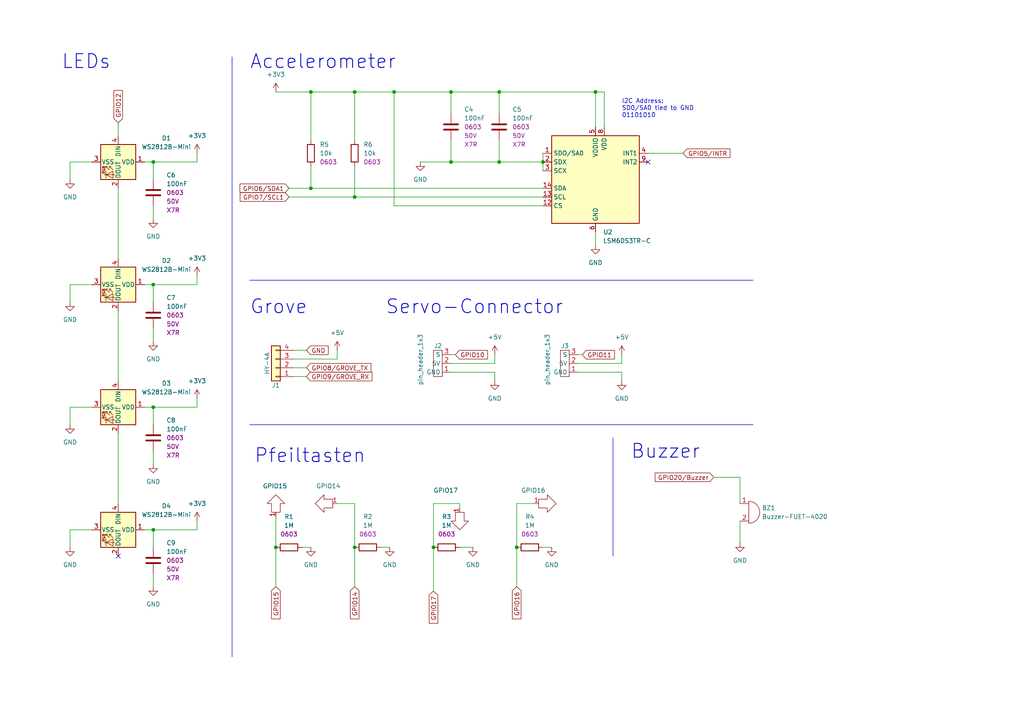
<source format=kicad_sch>
(kicad_sch (version 20230121) (generator eeschema)
  (paper "A4")
  (lib_symbols
    (symbol "arrow_3" (in_bom no)
      (property "Reference" "A" (at -3.81 0 0))
      (symbol "arrow_3_0_1"
        (polyline (pts (xy -2.54 0) (xy 0 -2.54) (xy 0 -1.27) (xy 2.54 -1.27) (xy 2.54 1.27) (xy 0 1.27) (xy 0 2.54) (xy -2.54 0)))
      )
      (symbol "arrow_3_1_1"
        (pin bidirectional line (at 3.81 0 180) (length 1.27) (name "1") (number "1"))
      )
    )
    (symbol "kidslab:Buzzer-Fuet-4020" (pin_names (offset 0.0254) hide)
      (property "Reference" "BZ" (at 3.81 1.27 0))
      (property "Value" "Buzzer-FUET-4020" (at 3.81 -1.27 0))
      (symbol "Buzzer-Fuet-4020_0_1"
        (arc (start 0 -3.175) (mid 3.1612 0) (end 0 3.175))
        (polyline (pts (xy 0 3.175) (xy 0 -3.175)))
      )
      (symbol "Buzzer-Fuet-4020_1_1"
        (pin passive line (at -2.54 2.54 0) (length 2.54) (name "-") (number "1"))
        (pin passive line (at -2.54 -2.54 0) (length 2.54) (name "+") (number "2"))
      )
    )
    (symbol "kidslab:C-100nF-0603-50V" (pin_numbers hide) (pin_names (offset 0.254))
      (property "Reference" "C?" (at 3.175 2.54 0))
      (property "Value" "100nF" (at 3.175 -1.27 0))
      (property "Footprint v" "0603" (at 5.715 -3.175 0))
      (property "Voltage Rating" "50V" (at 5.08 0.635 0))
      (property "Temperature Profile" "X7R" (at 9.525 0.635 0))
      (symbol "C-100nF-0603-50V_0_1"
        (polyline (pts (xy -2.032 -0.762) (xy 2.032 -0.762)) (stroke (width 0.508)))
        (polyline (pts (xy -2.032 0.762) (xy 2.032 0.762)) (stroke (width 0.508)))
      )
      (symbol "C-100nF-0603-50V_1_1"
        (pin passive line (at 0 3.81 270) (length 2.794) (name "~") (number "1"))
        (pin passive line (at 0 -3.81 90) (length 2.794) (name "~") (number "2"))
      )
    )
    (symbol "kidslab:HY-4A" (pin_names (offset 1.016) hide)
      (property "Reference" "J" (at 0 5.08 0))
      (property "Value" "HY-4A" (at -5.715 -8.255 0))
      (symbol "HY-4A_1_1"
        (rectangle (start -1.27 -4.953) (end 0 -5.207) (stroke (width 0.1524)))
        (rectangle (start -1.27 -2.413) (end 0 -2.667) (stroke (width 0.1524)))
        (rectangle (start -1.27 0.127) (end 0 -0.127) (stroke (width 0.1524)))
        (rectangle (start -1.27 2.667) (end 0 2.413) (stroke (width 0.1524)))
        (rectangle (start -1.27 3.81) (end 1.27 -6.35) (stroke (width 0.254)) (fill (type background)))
        (pin passive line (at -5.08 2.54 0) (length 3.81) (name "Pin_1") (number "1"))
        (pin passive line (at -5.08 0 0) (length 3.81) (name "Pin_2") (number "2"))
        (pin passive line (at -5.08 -2.54 0) (length 3.81) (name "Pin_3") (number "3"))
        (pin passive line (at -5.08 -5.08 0) (length 3.81) (name "Pin_4") (number "4"))
      )
    )
    (symbol "kidslab:LSM6DS3"
      (property "Reference" "U" (at -11.43 15.24 0))
      (property "Value" "LSM6DS3TR-C" (at -11.43 12.7 0))
      (symbol "LSM6DS3_0_1"
        (rectangle (start -12.7 12.7) (end 12.7 -12.7) (stroke (width 0.254)) (fill (type background)))
      )
      (symbol "LSM6DS3_1_1"
        (pin bidirectional line (at -15.24 7.62 0) (length 2.54) (name "SDO/SA0") (number "1"))
        (pin no_connect line (at 12.7 -5.08 180) (length 3.81) hide (name "NC") (number "10"))
        (pin no_connect line (at 12.7 -2.54 180) (length 3.81) hide (name "NC") (number "11"))
        (pin input line (at -15.24 -7.62 0) (length 2.54) (name "CS") (number "12"))
        (pin input line (at -15.24 -5.08 0) (length 2.54) (name "SCL") (number "13"))
        (pin bidirectional line (at -15.24 -2.54 0) (length 2.54) (name "SDA") (number "14"))
        (pin bidirectional line (at -15.24 5.08 0) (length 2.54) (name "SDX") (number "2"))
        (pin input line (at -15.24 2.54 0) (length 2.54) (name "SCX") (number "3"))
        (pin output line (at 15.24 7.62 180) (length 2.54) (name "INT1") (number "4"))
        (pin power_in line (at 0 15.24 270) (length 2.54) (name "VDDIO") (number "5"))
        (pin power_in line (at 0 -15.24 90) (length 2.54) (name "GND") (number "6"))
        (pin passive line (at 0 -15.24 90) (length 2.54) hide (name "GND") (number "7"))
        (pin power_in line (at 2.54 15.24 270) (length 2.54) (name "VDD") (number "8"))
        (pin output line (at 15.24 5.08 180) (length 2.54) (name "INT2") (number "9"))
      )
    )
    (symbol "kidslab:R-10k-0603" (pin_numbers hide) (pin_names (offset 0))
      (property "Reference" "R?" (at 2.032 0 90))
      (property "Value" "10k" (at 3.81 0 90))
      (property "Footprint dpl" "0603" (at 5.715 0 90))
      (symbol "R-10k-0603_0_1"
        (rectangle (start -1.016 -2.54) (end 1.016 2.54) (stroke (width 0.254)))
      )
      (symbol "R-10k-0603_1_1"
        (pin passive line (at 0 3.81 270) (length 1.27) (name "~") (number "1"))
        (pin passive line (at 0 -3.81 90) (length 1.27) (name "~") (number "2"))
      )
    )
    (symbol "kidslab:R-1M-0603" (pin_numbers hide) (pin_names (offset 0))
      (property "Reference" "R?" (at 2.032 0 90))
      (property "Value" "1M" (at 3.81 0 90))
      (property "Footprint dpl" "0603" (at 5.715 0 90))
      (symbol "R-1M-0603_0_1"
        (rectangle (start -1.016 -2.54) (end 1.016 2.54) (stroke (width 0.254)))
      )
      (symbol "R-1M-0603_1_1"
        (pin passive line (at 0 3.81 270) (length 1.27) (name "~") (number "1"))
        (pin passive line (at 0 -3.81 90) (length 1.27) (name "~") (number "2"))
      )
    )
    (symbol "kidslab:WS2812B-Mini" (pin_names (offset 0.254))
      (property "Reference" "D" (at 5.08 5.715 0))
      (property "Value" "WS2812B-Mini" (at 1.27 -5.715 0))
      (symbol "WS2812B-Mini_0_0"
        (text "RGB" (at 2.286 -4.191 0) (effects (font (size 0.762 0.762))))
      )
      (symbol "WS2812B-Mini_0_1"
        (polyline (pts (xy 1.27 -3.556) (xy 1.778 -3.556)))
        (polyline (pts (xy 1.27 -2.54) (xy 1.778 -2.54)))
        (polyline (pts (xy 4.699 -3.556) (xy 2.667 -3.556)))
        (polyline (pts (xy 2.286 -2.54) (xy 1.27 -3.556) (xy 1.27 -3.048)))
        (polyline (pts (xy 2.286 -1.524) (xy 1.27 -2.54) (xy 1.27 -2.032)))
        (polyline (pts (xy 3.683 -1.016) (xy 3.683 -3.556) (xy 3.683 -4.064)))
        (polyline (pts (xy 4.699 -1.524) (xy 2.667 -1.524) (xy 3.683 -3.556) (xy 4.699 -1.524)))
        (rectangle (start 5.08 5.08) (end -5.08 -5.08) (stroke (width 0.254)) (fill (type background)))
      )
      (symbol "WS2812B-Mini_1_1"
        (pin power_in line (at 0 7.62 270) (length 2.54) (name "VDD") (number "1"))
        (pin output line (at 7.62 0 180) (length 2.54) (name "DOUT") (number "2"))
        (pin power_in line (at 0 -7.62 90) (length 2.54) (name "VSS") (number "3"))
        (pin input line (at -7.62 0 0) (length 2.54) (name "DIN") (number "4"))
      )
    )
    (symbol "kidslab:arrow" (in_bom no)
      (property "Reference" "A" (at -3.81 0 0))
      (symbol "arrow_0_1"
        (polyline (pts (xy -2.54 0) (xy 0 -2.54) (xy 0 -1.27) (xy 2.54 -1.27) (xy 2.54 1.27) (xy 0 1.27) (xy 0 2.54) (xy -2.54 0)))
      )
      (symbol "arrow_1_1"
        (pin bidirectional line (at 3.81 0 180) (length 1.27) (name "1") (number "1"))
      )
    )
    (symbol "kidslab:pin_header_1x3"
      (property "Reference" "J" (at 5.08 0 0))
      (property "Value" "pin_header_1x3" (at 0 -5.08 0))
      (symbol "pin_header_1x3_0_1"
        (rectangle (start -3.81 1.27) (end 3.81 -1.27))
      )
      (symbol "pin_header_1x3_1_1"
        (pin input line (at -2.54 3.81 270) (length 2.54) (name "GND") (number "1"))
        (pin input line (at 0 3.81 270) (length 2.54) (name "5V") (number "2"))
        (pin input line (at 2.54 3.81 270) (length 2.54) (name "S") (number "3"))
      )
    )
    (symbol "pin_header_1x3_1"
      (property "Reference" "J" (at 5.08 0 0))
      (property "Value" "pin_header_1x3" (at 0 -5.08 0))
      (symbol "pin_header_1x3_1_0_1"
        (rectangle (start -3.81 1.27) (end 3.81 -1.27))
      )
      (symbol "pin_header_1x3_1_1_1"
        (pin input line (at -2.54 3.81 270) (length 2.54) (name "GND") (number "1"))
        (pin input line (at 0 3.81 270) (length 2.54) (name "5V") (number "2"))
        (pin input line (at 2.54 3.81 270) (length 2.54) (name "S") (number "3"))
      )
    )
    (symbol "power:+3V3" (power) (pin_names (offset 0))
      (property "Value" "+3V3" (at 0 3.556 0))
      (symbol "+3V3_0_1"
        (polyline (pts (xy -0.762 1.27) (xy 0 2.54)))
        (polyline (pts (xy 0 0) (xy 0 2.54)))
        (polyline (pts (xy 0 2.54) (xy 0.762 1.27)))
      )
      (symbol "+3V3_1_1"
        (pin power_in line (at 0 0 90) (length 0) hide (name "+3V3") (number "1"))
      )
    )
    (symbol "power:+5V" (power) (pin_names (offset 0))
      (property "Value" "+5V" (at 0 3.556 0))
      (symbol "+5V_0_1"
        (polyline (pts (xy -0.762 1.27) (xy 0 2.54)))
        (polyline (pts (xy 0 0) (xy 0 2.54)))
        (polyline (pts (xy 0 2.54) (xy 0.762 1.27)))
      )
      (symbol "+5V_1_1"
        (pin power_in line (at 0 0 90) (length 0) hide (name "+5V") (number "1"))
      )
    )
    (symbol "power:GND" (power) (pin_names (offset 0))
      (property "Value" "GND" (at 0 -3.81 0))
      (symbol "GND_0_1"
        (polyline (pts (xy 0 0) (xy 0 -1.27) (xy 1.27 -1.27) (xy 0 -2.54) (xy -1.27 -1.27) (xy 0 -1.27)))
      )
      (symbol "GND_1_1"
        (pin power_in line (at 0 0 270) (length 0) hide (name "GND") (number "1"))
      )
    )
  )
  (junction (at 144.78 26.67))
  (junction (at 90.17 54.61))
  (junction (at 44.45 153.67))
  (junction (at 125.73 158.75))
  (junction (at 44.45 118.11))
  (junction (at 157.48 46.99))
  (junction (at 102.87 26.67))
  (junction (at 44.45 82.55))
  (junction (at 172.72 26.67))
  (junction (at 130.81 26.67))
  (junction (at 80.01 158.75))
  (junction (at 114.3 26.67))
  (junction (at 102.87 158.75))
  (junction (at 90.17 26.67))
  (junction (at 44.45 46.99))
  (junction (at 130.81 46.99))
  (junction (at 144.78 46.99))
  (junction (at 149.86 158.75))
  (junction (at 102.87 57.15))
  (no_connect (at 187.96 46.99))
  (no_connect (at 34.29 161.29))
  (wire (pts (xy 172.72 26.67) (xy 175.26 26.67)))
  (wire (pts (xy 85.09 101.6) (xy 88.9 101.6)))
  (wire (pts (xy 83.82 57.15) (xy 102.87 57.15)))
  (wire (pts (xy 137.16 158.75) (xy 133.35 158.75)))
  (wire (pts (xy 113.03 158.75) (xy 110.49 158.75)))
  (wire (pts (xy 114.3 26.67) (xy 130.81 26.67)))
  (wire (pts (xy 44.45 118.11) (xy 41.91 118.11)))
  (wire (pts (xy 102.87 146.05) (xy 102.87 158.75)))
  (wire (pts (xy 44.45 95.25) (xy 44.45 99.06)))
  (wire (pts (xy 57.15 151.13) (xy 57.15 153.67)))
  (wire (pts (xy 214.63 146.05) (xy 214.63 138.43)))
  (polyline (pts (xy 72.39 81.28) (xy 218.44 81.28)))
  (wire (pts (xy 44.45 118.11) (xy 44.45 123.19)))
  (wire (pts (xy 214.63 151.13) (xy 214.63 157.48)))
  (wire (pts (xy 102.87 26.67) (xy 102.87 40.64)))
  (polyline (pts (xy 177.8 127) (xy 177.8 161.29)))
  (wire (pts (xy 149.86 158.75) (xy 149.86 170.18)))
  (wire (pts (xy 168.91 102.87) (xy 167.64 102.87)))
  (wire (pts (xy 130.81 105.41) (xy 143.51 105.41)))
  (wire (pts (xy 157.48 59.69) (xy 114.3 59.69)))
  (wire (pts (xy 44.45 153.67) (xy 41.91 153.67)))
  (wire (pts (xy 44.45 82.55) (xy 44.45 87.63)))
  (wire (pts (xy 175.26 26.67) (xy 175.26 36.83)))
  (wire (pts (xy 44.45 82.55) (xy 57.15 82.55)))
  (wire (pts (xy 102.87 158.75) (xy 102.87 170.18)))
  (wire (pts (xy 57.15 44.45) (xy 57.15 46.99)))
  (wire (pts (xy 44.45 153.67) (xy 57.15 153.67)))
  (wire (pts (xy 57.15 115.57) (xy 57.15 118.11)))
  (wire (pts (xy 125.73 146.05) (xy 125.73 158.75)))
  (wire (pts (xy 114.3 26.67) (xy 102.87 26.67)))
  (wire (pts (xy 121.92 46.99) (xy 130.81 46.99)))
  (wire (pts (xy 80.01 149.86) (xy 80.01 158.75)))
  (wire (pts (xy 85.09 106.68) (xy 88.9 106.68)))
  (wire (pts (xy 143.51 105.41) (xy 143.51 102.87)))
  (wire (pts (xy 20.32 158.75) (xy 20.32 153.67)))
  (wire (pts (xy 80.01 158.75) (xy 80.01 170.18)))
  (wire (pts (xy 90.17 26.67) (xy 90.17 40.64)))
  (wire (pts (xy 143.51 107.95) (xy 130.81 107.95)))
  (wire (pts (xy 20.32 118.11) (xy 26.67 118.11)))
  (wire (pts (xy 44.45 118.11) (xy 57.15 118.11)))
  (wire (pts (xy 172.72 26.67) (xy 172.72 36.83)))
  (wire (pts (xy 44.45 59.69) (xy 44.45 63.5)))
  (wire (pts (xy 180.34 107.95) (xy 167.64 107.95)))
  (wire (pts (xy 85.09 104.14) (xy 97.79 104.14)))
  (wire (pts (xy 20.32 87.63) (xy 20.32 82.55)))
  (wire (pts (xy 154.94 146.05) (xy 149.86 146.05)))
  (wire (pts (xy 44.45 46.99) (xy 57.15 46.99)))
  (wire (pts (xy 83.82 54.61) (xy 90.17 54.61)))
  (wire (pts (xy 144.78 46.99) (xy 157.48 46.99)))
  (wire (pts (xy 144.78 26.67) (xy 144.78 33.02)))
  (wire (pts (xy 157.48 44.45) (xy 157.48 46.99)))
  (wire (pts (xy 34.29 90.17) (xy 34.29 110.49)))
  (wire (pts (xy 85.09 109.22) (xy 88.9 109.22)))
  (wire (pts (xy 143.51 110.49) (xy 143.51 107.95)))
  (wire (pts (xy 20.32 46.99) (xy 26.67 46.99)))
  (wire (pts (xy 125.73 158.75) (xy 125.73 171.45)))
  (wire (pts (xy 44.45 46.99) (xy 41.91 46.99)))
  (wire (pts (xy 144.78 40.64) (xy 144.78 46.99)))
  (polyline (pts (xy 67.31 16.51) (xy 67.31 190.5)))
  (wire (pts (xy 90.17 48.26) (xy 90.17 54.61)))
  (wire (pts (xy 157.48 46.99) (xy 157.48 49.53)))
  (wire (pts (xy 160.02 158.75) (xy 157.48 158.75)))
  (wire (pts (xy 133.35 146.05) (xy 133.35 147.32)))
  (wire (pts (xy 20.32 153.67) (xy 26.67 153.67)))
  (wire (pts (xy 133.35 146.05) (xy 125.73 146.05)))
  (wire (pts (xy 80.01 26.67) (xy 90.17 26.67)))
  (wire (pts (xy 130.81 40.64) (xy 130.81 46.99)))
  (wire (pts (xy 149.86 146.05) (xy 149.86 158.75)))
  (wire (pts (xy 130.81 46.99) (xy 144.78 46.99)))
  (wire (pts (xy 130.81 26.67) (xy 144.78 26.67)))
  (wire (pts (xy 132.08 102.87) (xy 130.81 102.87)))
  (wire (pts (xy 167.64 105.41) (xy 180.34 105.41)))
  (wire (pts (xy 180.34 110.49) (xy 180.34 107.95)))
  (wire (pts (xy 198.12 44.45) (xy 187.96 44.45)))
  (wire (pts (xy 130.81 26.67) (xy 130.81 33.02)))
  (wire (pts (xy 44.45 153.67) (xy 44.45 158.75)))
  (wire (pts (xy 20.32 52.07) (xy 20.32 46.99)))
  (wire (pts (xy 20.32 123.19) (xy 20.32 118.11)))
  (wire (pts (xy 90.17 158.75) (xy 87.63 158.75)))
  (wire (pts (xy 90.17 54.61) (xy 157.48 54.61)))
  (polyline (pts (xy 72.39 123.19) (xy 218.44 123.19)))
  (wire (pts (xy 57.15 80.01) (xy 57.15 82.55)))
  (wire (pts (xy 44.45 82.55) (xy 41.91 82.55)))
  (wire (pts (xy 34.29 35.56) (xy 34.29 39.37)))
  (wire (pts (xy 44.45 166.37) (xy 44.45 170.18)))
  (wire (pts (xy 114.3 26.67) (xy 114.3 59.69)))
  (wire (pts (xy 214.63 138.43) (xy 207.01 138.43)))
  (wire (pts (xy 172.72 71.12) (xy 172.72 67.31)))
  (wire (pts (xy 44.45 46.99) (xy 44.45 52.07)))
  (wire (pts (xy 102.87 26.67) (xy 90.17 26.67)))
  (wire (pts (xy 34.29 54.61) (xy 34.29 74.93)))
  (wire (pts (xy 102.87 57.15) (xy 157.48 57.15)))
  (wire (pts (xy 144.78 26.67) (xy 172.72 26.67)))
  (wire (pts (xy 97.79 146.05) (xy 102.87 146.05)))
  (wire (pts (xy 97.79 104.14) (xy 97.79 101.6)))
  (wire (pts (xy 44.45 130.81) (xy 44.45 134.62)))
  (wire (pts (xy 102.87 48.26) (xy 102.87 57.15)))
  (wire (pts (xy 180.34 105.41) (xy 180.34 102.87)))
  (wire (pts (xy 20.32 82.55) (xy 26.67 82.55)))
  (wire (pts (xy 34.29 125.73) (xy 34.29 146.05)))
  (text "Pfeiltasten" (at 73.66 134.62 0) (effects (font (size 4 4) (thickness 0.254) bold) (justify left bottom)))
  (text "Buzzer" (at 182.88 133.35 0) (effects (font (size 4 4) (thickness 0.254) bold) (justify left bottom)))
  (text "I2C Address:\nSD0/SA0 tied to GND\n01101010" (at 180.34 34.29 0) (effects (font (size 1.27 1.27)) (justify left bottom)))
  (text "Accelerometer" (at 72.39 20.32 0) (effects (font (size 4 4) (thickness 0.254) bold) (justify left bottom)))
  (text "Grove" (at 72.39 91.44 0) (effects (font (size 4 4) (thickness 0.254) bold) (justify left bottom)))
  (text "Servo-Connector" (at 111.76 91.44 0) (effects (font (size 4 4) (thickness 0.254) bold) (justify left bottom)))
  (text "LEDs" (at 17.78 20.32 0) (effects (font (size 4 4) (thickness 0.254) bold) (justify left bottom)))
  (global_label "GPIO8{slash}GROVE_TX" (shape input) (at 88.9 106.68 0) (property "Intersheetrefs" "${INTERSHEET_REFS}" (effects hide)))
  (global_label "GPIO12" (shape input) (at 34.29 35.56 90) (property "Intersheetrefs" "${INTERSHEET_REFS}" (effects hide)))
  (global_label "GPIO10" (shape input) (at 132.08 102.87 0) (property "Intersheetrefs" "${INTERSHEET_REFS}" (effects hide)))
  (global_label "GPIO16" (shape input) (at 149.86 170.18 270) (property "Intersheetrefs" "${INTERSHEET_REFS}" (effects hide)))
  (global_label "GPIO6{slash}SDA1" (shape input) (at 83.82 54.61 180) (property "Intersheetrefs" "${INTERSHEET_REFS}" (effects hide)))
  (global_label "GPIO14" (shape input) (at 102.87 170.18 270) (property "Intersheetrefs" "${INTERSHEET_REFS}" (effects hide)))
  (global_label "GPIO7{slash}SCL1" (shape input) (at 83.82 57.15 180) (property "Intersheetrefs" "${INTERSHEET_REFS}" (effects hide)))
  (global_label "GPIO15" (shape input) (at 80.01 170.18 270) (property "Intersheetrefs" "${INTERSHEET_REFS}" (effects hide)))
  (global_label "GPIO20{slash}Buzzer" (shape input) (at 207.01 138.43 180) (property "Intersheetrefs" "${INTERSHEET_REFS}" (effects hide)))
  (global_label "GPIO11" (shape input) (at 168.91 102.87 0) (property "Intersheetrefs" "${INTERSHEET_REFS}" (effects hide)))
  (global_label "GPIO5{slash}INTR" (shape input) (at 198.12 44.45 0) (property "Intersheetrefs" "${INTERSHEET_REFS}" (effects hide)))
  (global_label "GPIO9{slash}GROVE_RX" (shape input) (at 88.9 109.22 0) (property "Intersheetrefs" "${INTERSHEET_REFS}" (effects hide)))
  (global_label "GPIO17" (shape input) (at 125.73 171.45 270) (property "Intersheetrefs" "${INTERSHEET_REFS}" (effects hide)))
  (global_label "GND" (shape input) (at 88.9 101.6 0) (property "Intersheetrefs" "${INTERSHEET_REFS}" (effects hide)))
  (symbol (lib_id "power:+3V3") (at 57.15 80.01 0) (unit 1)
    (property "Reference" "#PWR013" (effects hide))
    (property "Value" "+3V3" (at 57.15 74.93 0))
  )
  (symbol (lib_id "kidslab:R-10k-0603") (at 90.17 44.45 0) (unit 1)
    (property "Reference" "R5" (at 92.71 41.91 0) (effects (justify left)))
    (property "Value" "10k" (at 92.71 44.45 0) (effects (justify left)))
    (property "Footprint" "Resistor_SMD:R_0603_1608Metric" (effects hide))
    (property "LCSC Part #" "C25804" (effects hide))
    (property "Footprint dpl" "0603" (at 92.71 46.99 0) (effects (justify left)))
  )
  (symbol (lib_id "power:GND") (at 44.45 99.06 0) (unit 1)
    (property "Reference" "#PWR05" (effects hide))
    (property "Value" "GND" (at 44.45 104.14 0))
  )
  (symbol (lib_id "power:GND") (at 160.02 158.75 0) (unit 1)
    (property "Reference" "#PWR029" (effects hide))
    (property "Value" "GND" (at 160.02 163.83 0))
  )
  (symbol (lib_id "kidslab:arrow") (at 80.01 146.05 270) (unit 1) (in_bom no)
    (property "Reference" "GPIO15" (at 76.2 140.97 90) (effects (justify left)))
    (property "Value" "arrow" (effects hide))
    (property "Footprint" "kidslab:Kroko_Arrow" (effects hide))
  )
  (symbol (lib_name "pin_header_1x3_1") (lib_id "kidslab:pin_header_1x3") (at 127 105.41 270) (mirror x) (unit 1) (in_bom no)
    (property "Reference" "J2" (at 127 100.33 90))
    (property "Value" "pin_header_1x3" (at 121.92 111.76 0) (effects (justify left)))
    (property "Footprint" "Connector_PinHeader_2.54mm:PinHeader_1x03_P2.54mm_Vertical" (effects hide))
  )
  (symbol (lib_id "kidslab:C-100nF-0603-50V") (at 44.45 127 0) (unit 1)
    (property "Reference" "C8" (at 48.26 121.92 0) (effects (justify left)))
    (property "Value" "100nF" (at 48.26 124.46 0) (effects (justify left)))
    (property "Footprint" "Capacitor_SMD:C_0603_1608Metric" (effects hide))
    (property "Footprint v" "0603" (at 48.26 127 0) (effects (justify left)))
    (property "Voltage Rating" "50V" (at 48.26 129.54 0) (effects (justify left)))
    (property "Temperature Profile" "X7R" (at 48.26 132.08 0) (effects (justify left)))
    (property "LCSC Part #" "C14663" (effects hide))
  )
  (symbol (lib_id "power:+3V3") (at 80.01 26.67 0) (unit 1)
    (property "Reference" "#PWR018" (effects hide))
    (property "Value" "+3V3" (at 80.01 21.59 0))
  )
  (symbol (lib_id "kidslab:R-1M-0603") (at 153.67 158.75 90) (unit 1)
    (property "Reference" "R4" (at 153.67 149.86 90))
    (property "Value" "1M" (at 153.67 152.4 90))
    (property "Footprint" "Resistor_SMD:R_0603_1608Metric" (effects hide))
    (property "LCSC Part #" "C105578" (effects hide))
    (property "Footprint dpl" "0603" (at 153.67 154.94 90))
  )
  (symbol (lib_id "power:GND") (at 20.32 123.19 0) (unit 1)
    (property "Reference" "#PWR06" (effects hide))
    (property "Value" "GND" (at 20.32 128.27 0))
  )
  (symbol (lib_id "kidslab:R-1M-0603") (at 129.54 158.75 90) (unit 1)
    (property "Reference" "R3" (at 129.54 149.86 90))
    (property "Value" "1M" (at 129.54 152.4 90))
    (property "Footprint" "Resistor_SMD:R_0603_1608Metric" (effects hide))
    (property "LCSC Part #" "C105578" (effects hide))
    (property "Footprint dpl" "0603" (at 129.54 154.94 90))
  )
  (symbol (lib_id "power:GND") (at 172.72 71.12 0) (unit 1)
    (property "Reference" "#PWR015" (effects hide))
    (property "Value" "GND" (at 172.72 76.2 0))
  )
  (symbol (lib_id "power:+5V") (at 143.51 102.87 0) (unit 1)
    (property "Reference" "#PWR025" (effects hide))
    (property "Value" "+5V" (at 143.51 97.79 0))
  )
  (symbol (lib_name "arrow_3") (lib_id "kidslab:arrow") (at 133.35 151.13 90) (unit 1) (in_bom no)
    (property "Reference" "GPIO17" (at 125.73 142.24 90) (effects (justify right)))
    (property "Value" "arrow" (effects hide))
    (property "Footprint" "kidslab:Kroko_Arrow" (effects hide))
  )
  (symbol (lib_id "kidslab:Buzzer-Fuet-4020") (at 217.17 148.59 0) (unit 1)
    (property "Reference" "BZ1" (at 220.98 147.32 0) (effects (justify left)))
    (property "Value" "Buzzer-FUET-4020" (at 220.98 149.86 0) (effects (justify left)))
    (property "Footprint" "kidslab:Buzzer-FUET-4020" (effects hide))
    (property "LCSC Part #" "C391027" (effects hide))
  )
  (symbol (lib_id "kidslab:WS2812B-Mini") (at 34.29 153.67 270) (unit 1)
    (property "Reference" "D4" (at 48.26 146.7419 90))
    (property "Value" "WS2812B-Mini" (at 48.26 149.2819 90))
    (property "Footprint" "kidslab:WS2812B-Mini" (effects hide))
    (property "LCSC Part #" "C527089" (effects hide))
  )
  (symbol (lib_id "power:GND") (at 44.45 63.5 0) (unit 1)
    (property "Reference" "#PWR02" (effects hide))
    (property "Value" "GND" (at 44.45 68.58 0))
  )
  (symbol (lib_id "power:GND") (at 121.92 46.99 0) (unit 1)
    (property "Reference" "#PWR016" (effects hide))
    (property "Value" "GND" (at 121.92 52.07 0))
  )
  (symbol (lib_id "power:GND") (at 90.17 158.75 0) (unit 1)
    (property "Reference" "#PWR032" (effects hide))
    (property "Value" "GND" (at 90.17 163.83 0))
  )
  (symbol (lib_id "kidslab:C-100nF-0603-50V") (at 44.45 162.56 0) (unit 1)
    (property "Reference" "C9" (at 48.26 157.48 0) (effects (justify left)))
    (property "Value" "100nF" (at 48.26 160.02 0) (effects (justify left)))
    (property "Footprint" "Capacitor_SMD:C_0603_1608Metric" (effects hide))
    (property "Footprint v" "0603" (at 48.26 162.56 0) (effects (justify left)))
    (property "Voltage Rating" "50V" (at 48.26 165.1 0) (effects (justify left)))
    (property "Temperature Profile" "X7R" (at 48.26 167.64 0) (effects (justify left)))
    (property "LCSC Part #" "C14663" (effects hide))
  )
  (symbol (lib_id "kidslab:WS2812B-Mini") (at 34.29 82.55 270) (unit 1)
    (property "Reference" "D2" (at 48.26 75.6219 90))
    (property "Value" "WS2812B-Mini" (at 48.26 78.1619 90))
    (property "Footprint" "kidslab:WS2812B-Mini" (effects hide))
    (property "LCSC Part #" "C527089" (effects hide))
  )
  (symbol (lib_id "power:GND") (at 20.32 87.63 0) (unit 1)
    (property "Reference" "#PWR04" (effects hide))
    (property "Value" "GND" (at 20.32 92.71 0))
  )
  (symbol (lib_id "kidslab:LSM6DS3") (at 172.72 52.07 0) (unit 1)
    (property "Reference" "U2" (at 174.9141 67.31 0) (effects (justify left)))
    (property "Value" "LSM6DS3TR-C" (at 174.9141 69.85 0) (effects (justify left)))
    (property "Footprint" "Package_LGA:LGA-14_3x2.5mm_P0.5mm_LayoutBorder3x4y" (effects hide))
    (property "Datasheet" "https://www.st.com/resource/en/datasheet/lsm6ds3tr-c.pdf" (effects hide))
    (property "LCSC Part #" "C967633" (effects hide))
  )
  (symbol (lib_id "kidslab:C-100nF-0603-50V") (at 44.45 91.44 0) (unit 1)
    (property "Reference" "C7" (at 48.26 86.36 0) (effects (justify left)))
    (property "Value" "100nF" (at 48.26 88.9 0) (effects (justify left)))
    (property "Footprint" "Capacitor_SMD:C_0603_1608Metric" (effects hide))
    (property "Footprint v" "0603" (at 48.26 91.44 0) (effects (justify left)))
    (property "Voltage Rating" "50V" (at 48.26 93.98 0) (effects (justify left)))
    (property "Temperature Profile" "X7R" (at 48.26 96.52 0) (effects (justify left)))
    (property "LCSC Part #" "C14663" (effects hide))
  )
  (symbol (lib_id "kidslab:pin_header_1x3") (at 163.83 105.41 270) (mirror x) (unit 1) (in_bom no)
    (property "Reference" "J3" (at 163.83 100.33 90))
    (property "Value" "pin_header_1x3" (at 158.75 111.76 0) (effects (justify left)))
    (property "Footprint" "Connector_PinHeader_2.54mm:PinHeader_1x03_P2.54mm_Vertical" (effects hide))
  )
  (symbol (lib_id "kidslab:C-100nF-0603-50V") (at 44.45 55.88 0) (unit 1)
    (property "Reference" "C6" (at 48.26 50.8 0) (effects (justify left)))
    (property "Value" "100nF" (at 48.26 53.34 0) (effects (justify left)))
    (property "Footprint" "Capacitor_SMD:C_0603_1608Metric" (effects hide))
    (property "Footprint v" "0603" (at 48.26 55.88 0) (effects (justify left)))
    (property "Voltage Rating" "50V" (at 48.26 58.42 0) (effects (justify left)))
    (property "Temperature Profile" "X7R" (at 48.26 60.96 0) (effects (justify left)))
    (property "LCSC Part #" "C14663" (effects hide))
  )
  (symbol (lib_id "power:+3V3") (at 57.15 151.13 0) (unit 1)
    (property "Reference" "#PWR011" (effects hide))
    (property "Value" "+3V3" (at 57.15 146.05 0))
  )
  (symbol (lib_id "power:GND") (at 113.03 158.75 0) (unit 1)
    (property "Reference" "#PWR031" (effects hide))
    (property "Value" "GND" (at 113.03 163.83 0))
  )
  (symbol (lib_id "power:GND") (at 137.16 158.75 0) (unit 1)
    (property "Reference" "#PWR030" (effects hide))
    (property "Value" "GND" (at 137.16 163.83 0))
  )
  (symbol (lib_id "kidslab:C-100nF-0603-50V") (at 144.78 36.83 0) (unit 1)
    (property "Reference" "C5" (at 148.59 31.75 0) (effects (justify left)))
    (property "Value" "100nF" (at 148.59 34.29 0) (effects (justify left)))
    (property "Footprint" "Capacitor_SMD:C_0603_1608Metric" (effects hide))
    (property "Footprint v" "0603" (at 148.59 36.83 0) (effects (justify left)))
    (property "Voltage Rating" "50V" (at 148.59 39.37 0) (effects (justify left)))
    (property "Temperature Profile" "X7R" (at 148.59 41.91 0) (effects (justify left)))
    (property "LCSC Part #" "C14663" (effects hide))
  )
  (symbol (lib_id "power:GND") (at 44.45 170.18 0) (unit 1)
    (property "Reference" "#PWR09" (effects hide))
    (property "Value" "GND" (at 44.45 175.26 0))
  )
  (symbol (lib_id "kidslab:R-10k-0603") (at 102.87 44.45 0) (unit 1)
    (property "Reference" "R6" (at 105.41 41.91 0) (effects (justify left)))
    (property "Value" "10k" (at 105.41 44.45 0) (effects (justify left)))
    (property "Footprint" "Resistor_SMD:R_0603_1608Metric" (effects hide))
    (property "LCSC Part #" "C25804" (effects hide))
    (property "Footprint dpl" "0603" (at 105.41 46.99 0) (effects (justify left)))
  )
  (symbol (lib_id "kidslab:HY-4A") (at 80.01 106.68 180) (unit 1)
    (property "Reference" "J1" (at 80.01 111.76 0))
    (property "Value" "HY-4A" (at 77.47 105.41 90))
    (property "Footprint" "kidslab:HY-4A-THT" (effects hide))
    (property "LCSC Part #" "C146064" (effects hide))
  )
  (symbol (lib_id "kidslab:WS2812B-Mini") (at 34.29 118.11 270) (unit 1)
    (property "Reference" "D3" (at 48.26 111.1819 90))
    (property "Value" "WS2812B-Mini" (at 48.26 113.7219 90))
    (property "Footprint" "kidslab:WS2812B-Mini" (effects hide))
    (property "LCSC Part #" "C527089" (effects hide))
  )
  (symbol (lib_id "power:GND") (at 20.32 52.07 0) (unit 1)
    (property "Reference" "#PWR03" (effects hide))
    (property "Value" "GND" (at 20.32 57.15 0))
  )
  (symbol (lib_id "kidslab:arrow") (at 158.75 146.05 180) (unit 1) (in_bom no)
    (property "Reference" "GPIO16" (at 151.13 142.24 0) (effects (justify right)))
    (property "Value" "arrow" (effects hide))
    (property "Footprint" "kidslab:Kroko_Arrow" (effects hide))
  )
  (symbol (lib_id "power:GND") (at 143.51 110.49 0) (unit 1)
    (property "Reference" "#PWR026" (effects hide))
    (property "Value" "GND" (at 143.51 115.57 0))
  )
  (symbol (lib_id "power:+5V") (at 180.34 102.87 0) (unit 1)
    (property "Reference" "#PWR024" (effects hide))
    (property "Value" "+5V" (at 180.34 97.79 0))
  )
  (symbol (lib_id "power:GND") (at 20.32 158.75 0) (unit 1)
    (property "Reference" "#PWR08" (effects hide))
    (property "Value" "GND" (at 20.32 163.83 0))
  )
  (symbol (lib_id "power:+3V3") (at 57.15 115.57 0) (unit 1)
    (property "Reference" "#PWR012" (effects hide))
    (property "Value" "+3V3" (at 57.15 110.49 0))
  )
  (symbol (lib_id "power:GND") (at 214.63 157.48 0) (mirror y) (unit 1)
    (property "Reference" "#PWR028" (effects hide))
    (property "Value" "GND" (at 214.63 162.56 0))
  )
  (symbol (lib_id "power:+5V") (at 97.79 101.6 0) (unit 1)
    (property "Reference" "#PWR027" (effects hide))
    (property "Value" "+5V" (at 97.79 96.52 0))
  )
  (symbol (lib_id "power:GND") (at 180.34 110.49 0) (unit 1)
    (property "Reference" "#PWR023" (effects hide))
    (property "Value" "GND" (at 180.34 115.57 0))
  )
  (symbol (lib_id "kidslab:C-100nF-0603-50V") (at 130.81 36.83 0) (unit 1)
    (property "Reference" "C4" (at 134.62 31.75 0) (effects (justify left)))
    (property "Value" "100nF" (at 134.62 34.29 0) (effects (justify left)))
    (property "Footprint" "Capacitor_SMD:C_0603_1608Metric" (effects hide))
    (property "Footprint v" "0603" (at 134.62 36.83 0) (effects (justify left)))
    (property "Voltage Rating" "50V" (at 134.62 39.37 0) (effects (justify left)))
    (property "Temperature Profile" "X7R" (at 134.62 41.91 0) (effects (justify left)))
    (property "LCSC Part #" "C14663" (effects hide))
  )
  (symbol (lib_id "kidslab:WS2812B-Mini") (at 34.29 46.99 270) (unit 1)
    (property "Reference" "D1" (at 48.26 40.0619 90))
    (property "Value" "WS2812B-Mini" (at 48.26 42.6019 90))
    (property "Footprint" "kidslab:WS2812B-Mini" (effects hide))
    (property "LCSC Part #" "C527089" (effects hide))
  )
  (symbol (lib_id "kidslab:R-1M-0603") (at 83.82 158.75 90) (unit 1)
    (property "Reference" "R1" (at 83.82 149.86 90))
    (property "Value" "1M" (at 83.82 152.4 90))
    (property "Footprint" "Resistor_SMD:R_0603_1608Metric" (effects hide))
    (property "LCSC Part #" "C105578" (effects hide))
    (property "Footprint dpl" "0603" (at 83.82 154.94 90))
  )
  (symbol (lib_id "power:GND") (at 44.45 134.62 0) (unit 1)
    (property "Reference" "#PWR07" (effects hide))
    (property "Value" "GND" (at 44.45 139.7 0))
  )
  (symbol (lib_id "kidslab:arrow") (at 93.98 146.05 0) (unit 1) (in_bom no)
    (property "Reference" "GPIO14" (at 95.25 140.97 0))
    (property "Value" "arrow" (effects hide))
    (property "Footprint" "kidslab:Kroko_Arrow" (effects hide))
  )
  (symbol (lib_id "power:+3V3") (at 57.15 44.45 0) (unit 1)
    (property "Reference" "#PWR014" (effects hide))
    (property "Value" "+3V3" (at 57.15 39.37 0))
  )
  (symbol (lib_id "kidslab:R-1M-0603") (at 106.68 158.75 90) (unit 1)
    (property "Reference" "R2" (at 106.68 149.86 90))
    (property "Value" "1M" (at 106.68 152.4 90))
    (property "Footprint" "Resistor_SMD:R_0603_1608Metric" (effects hide))
    (property "LCSC Part #" "C105578" (effects hide))
    (property "Footprint dpl" "0603" (at 106.68 154.94 90))
  )
)
</source>
